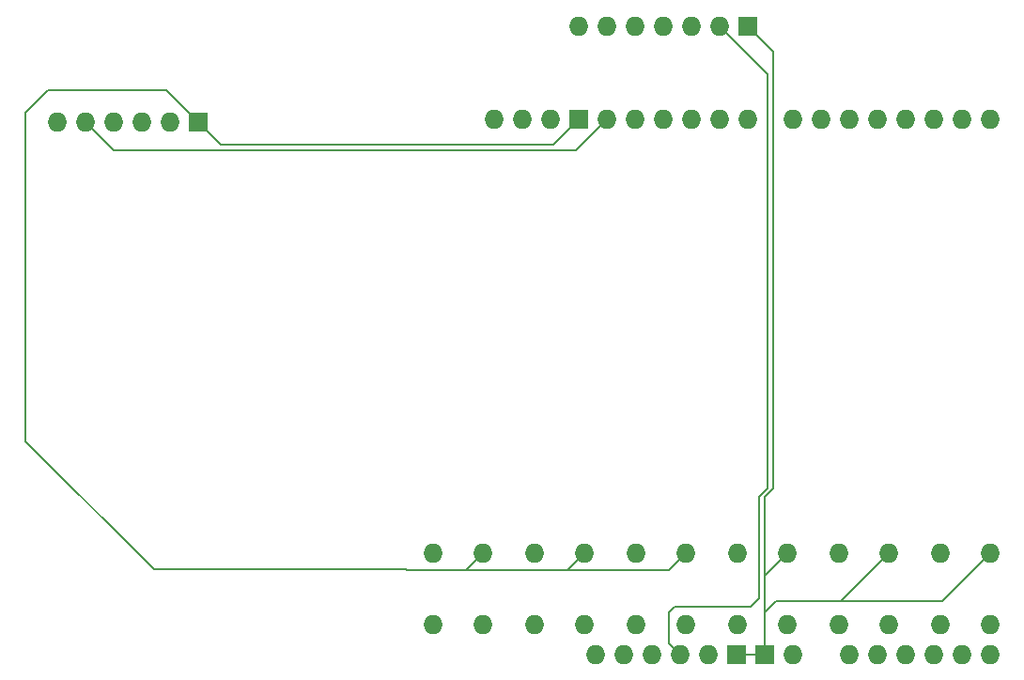
<source format=gbr>
%TF.GenerationSoftware,KiCad,Pcbnew,9.0.6*%
%TF.CreationDate,2026-02-18T16:10:23-05:00*%
%TF.ProjectId,Peripherals Board,50657269-7068-4657-9261-6c7320426f61,rev?*%
%TF.SameCoordinates,Original*%
%TF.FileFunction,Copper,L2,Bot*%
%TF.FilePolarity,Positive*%
%FSLAX46Y46*%
G04 Gerber Fmt 4.6, Leading zero omitted, Abs format (unit mm)*
G04 Created by KiCad (PCBNEW 9.0.6) date 2026-02-18 16:10:23*
%MOMM*%
%LPD*%
G01*
G04 APERTURE LIST*
%TA.AperFunction,ComponentPad*%
%ADD10O,1.727200X1.727200*%
%TD*%
%TA.AperFunction,ComponentPad*%
%ADD11R,1.727200X1.727200*%
%TD*%
%TA.AperFunction,Conductor*%
%ADD12C,0.200000*%
%TD*%
G04 APERTURE END LIST*
D10*
%TO.P,,PB1_3*%
%TO.N,N/C*%
X130120000Y-124356000D03*
%TD*%
%TO.P,,PB6_3*%
%TO.N,N/C*%
X175840000Y-124356000D03*
%TD*%
%TO.P,,PB5_1*%
%TO.N,N/C*%
X166696000Y-117856000D03*
%TD*%
%TO.P,,PB3_1*%
%TO.N,N/C*%
X148408000Y-117856000D03*
%TD*%
%TO.P,,SDA*%
%TO.N,N/C*%
X150876000Y-70358000D03*
%TD*%
D11*
%TO.P,,GND*%
%TO.N,N/C*%
X108990000Y-79040000D03*
%TD*%
D10*
%TO.P,,PB2_3*%
%TO.N,N/C*%
X139264000Y-124356000D03*
%TD*%
D11*
%TO.P,,GND*%
%TO.N,N/C*%
X158496000Y-70358000D03*
%TD*%
D10*
%TO.P,,SCK*%
%TO.N,N/C*%
X153416000Y-70358000D03*
%TD*%
%TO.P,,5V*%
%TO.N,N/C*%
X106450000Y-79040000D03*
%TD*%
%TO.P,,PB6_1*%
%TO.N,N/C*%
X175840000Y-117856000D03*
%TD*%
%TO.P,,PB5_3*%
%TO.N,N/C*%
X166696000Y-124356000D03*
%TD*%
%TO.P,,PB1_2*%
%TO.N,N/C*%
X134620000Y-117856000D03*
%TD*%
%TO.P,,3V3*%
%TO.N,N/C*%
X155956000Y-70358000D03*
%TD*%
%TO.P,,MISO*%
%TO.N,N/C*%
X103910000Y-79040000D03*
%TD*%
%TO.P,,CS*%
%TO.N,N/C*%
X143256000Y-70358000D03*
%TD*%
%TO.P,,PB3_3*%
%TO.N,N/C*%
X148408000Y-124356000D03*
%TD*%
%TO.P,,PB5_2*%
%TO.N,N/C*%
X171196000Y-117856000D03*
%TD*%
%TO.P,,PB2_1*%
%TO.N,N/C*%
X139264000Y-117856000D03*
%TD*%
%TO.P,,PB5_4*%
%TO.N,N/C*%
X171196000Y-124356000D03*
%TD*%
%TO.P,,PB6_2*%
%TO.N,N/C*%
X180340000Y-117856000D03*
%TD*%
%TO.P,,RES*%
%TO.N,N/C*%
X148336000Y-70358000D03*
%TD*%
%TO.P,,PB1_4*%
%TO.N,N/C*%
X134620000Y-124356000D03*
%TD*%
%TO.P,,PB4_4*%
%TO.N,N/C*%
X162052000Y-124356000D03*
%TD*%
%TO.P,,PB1_1*%
%TO.N,N/C*%
X130120000Y-117856000D03*
%TD*%
%TO.P,,PB3_2*%
%TO.N,N/C*%
X152908000Y-117856000D03*
%TD*%
%TO.P,,PB4_1*%
%TO.N,N/C*%
X157552000Y-117856000D03*
%TD*%
%TO.P,,PB4_2*%
%TO.N,N/C*%
X162052000Y-117856000D03*
%TD*%
%TO.P,,MOSI*%
%TO.N,N/C*%
X101370000Y-79040000D03*
%TD*%
%TO.P,,SCK*%
%TO.N,N/C*%
X98830000Y-79040000D03*
%TD*%
%TO.P,,PB2_2*%
%TO.N,N/C*%
X143764000Y-117856000D03*
%TD*%
%TO.P,,PB2_4*%
%TO.N,N/C*%
X143764000Y-124356000D03*
%TD*%
%TO.P,,PB4_3*%
%TO.N,N/C*%
X157552000Y-124356000D03*
%TD*%
%TO.P,,PB6_4*%
%TO.N,N/C*%
X180340000Y-124356000D03*
%TD*%
%TO.P,,CS*%
%TO.N,N/C*%
X96290000Y-79040000D03*
%TD*%
%TO.P,,PB3_4*%
%TO.N,N/C*%
X152908000Y-124356000D03*
%TD*%
%TO.P,,DC*%
%TO.N,N/C*%
X145796000Y-70358000D03*
%TD*%
%TO.P, ,3V3*%
%TO.N,N/C*%
X152400000Y-127000000D03*
%TO.P, ,5V1*%
X154940000Y-127000000D03*
%TO.P, ,A0*%
X167640000Y-127000000D03*
%TO.P, ,A1*%
X170180000Y-127000000D03*
%TO.P, ,A2*%
X172720000Y-127000000D03*
%TO.P, ,A3*%
X175260000Y-127000000D03*
%TO.P, ,A4*%
X177800000Y-127000000D03*
%TO.P, ,A5*%
X180340000Y-127000000D03*
%TO.P, ,AREF*%
X140716000Y-78740000D03*
%TO.P, ,BOOT*%
X144780000Y-127000000D03*
%TO.P, ,D0*%
X180340000Y-78740000D03*
%TO.P, ,D1*%
X177800000Y-78740000D03*
%TO.P, ,D2*%
X175260000Y-78740000D03*
%TO.P, ,D3*%
X172720000Y-78740000D03*
%TO.P, ,D4*%
X170180000Y-78740000D03*
%TO.P, ,D5*%
X167640000Y-78740000D03*
%TO.P, ,D6*%
X165100000Y-78740000D03*
%TO.P, ,D7*%
X162560000Y-78740000D03*
%TO.P, ,D8*%
X158496000Y-78740000D03*
%TO.P, ,D9*%
X155956000Y-78740000D03*
%TO.P, ,D10*%
X153416000Y-78740000D03*
%TO.P, ,D11*%
X150876000Y-78740000D03*
%TO.P, ,D12*%
X148336000Y-78740000D03*
%TO.P, ,D13*%
X145796000Y-78740000D03*
D11*
%TO.P, ,GND1*%
X143256000Y-78740000D03*
%TO.P, ,GND2*%
X157480000Y-127000000D03*
%TO.P, ,GND3*%
X160020000Y-127000000D03*
D10*
%TO.P, ,IORF*%
X147320000Y-127000000D03*
%TO.P, ,RST1*%
X149860000Y-127000000D03*
%TO.P, ,SCL*%
X135636000Y-78740000D03*
%TO.P, ,SDA*%
X138176000Y-78740000D03*
%TO.P, ,VIN*%
X162560000Y-127000000D03*
%TD*%
D12*
%TO.N,*%
X145796000Y-78740000D02*
X143002000Y-81534000D01*
X143002000Y-81534000D02*
X101324000Y-81534000D01*
X101324000Y-81534000D02*
X98830000Y-79040000D01*
X143256000Y-78740000D02*
X140970000Y-81026000D01*
X140970000Y-81026000D02*
X110976000Y-81026000D01*
X110976000Y-81026000D02*
X108990000Y-79040000D01*
X133096000Y-119380000D02*
X127762000Y-119380000D01*
X93397000Y-107817000D02*
X93397000Y-78213000D01*
X127762000Y-119380000D02*
X127752000Y-119370000D01*
X127752000Y-119370000D02*
X104950000Y-119370000D01*
X104950000Y-119370000D02*
X93397000Y-107817000D01*
X93397000Y-78213000D02*
X95448000Y-76162000D01*
X95448000Y-76162000D02*
X106112000Y-76162000D01*
X106112000Y-76162000D02*
X108990000Y-79040000D01*
X142240000Y-119380000D02*
X151384000Y-119380000D01*
X151384000Y-119380000D02*
X152908000Y-117856000D01*
X160020000Y-119888000D02*
X160020000Y-112776000D01*
X160020000Y-112776000D02*
X160782000Y-112014000D01*
X160782000Y-112014000D02*
X160782000Y-73022000D01*
X160782000Y-73022000D02*
X160780000Y-73020000D01*
X160780000Y-73020000D02*
X160780000Y-72642000D01*
X160780000Y-72642000D02*
X158496000Y-70358000D01*
X152400000Y-127000000D02*
X152388000Y-127000000D01*
X151384000Y-125996000D02*
X151384000Y-123190000D01*
X152388000Y-127000000D02*
X151384000Y-125996000D01*
X158726000Y-122706000D02*
X159512000Y-121920000D01*
X159512000Y-112776000D02*
X160274000Y-112014000D01*
X151384000Y-123190000D02*
X151868000Y-122706000D01*
X151868000Y-122706000D02*
X158726000Y-122706000D01*
X159512000Y-121920000D02*
X159512000Y-112776000D01*
X160274000Y-112014000D02*
X160274000Y-74676000D01*
X160274000Y-74676000D02*
X155956000Y-70358000D01*
X134620000Y-117856000D02*
X133096000Y-119380000D01*
X170688000Y-122174000D02*
X176022000Y-122174000D01*
X180340000Y-117856000D02*
X176022000Y-122174000D01*
X161544000Y-122174000D02*
X166878000Y-122174000D01*
X171196000Y-117856000D02*
X166878000Y-122174000D01*
X162052000Y-117856000D02*
X160020000Y-119888000D01*
X133858000Y-119380000D02*
X142240000Y-119380000D01*
X143764000Y-117856000D02*
X142240000Y-119380000D01*
X160020000Y-119888000D02*
X160020000Y-123190000D01*
X157480000Y-127000000D02*
X160020000Y-127000000D01*
X133096000Y-119380000D02*
X133858000Y-119380000D01*
X166878000Y-122174000D02*
X170688000Y-122174000D01*
X160020000Y-123190000D02*
X161036000Y-122174000D01*
X161036000Y-122174000D02*
X161544000Y-122174000D01*
X160020000Y-127000000D02*
X160020000Y-123190000D01*
X158496000Y-70358000D02*
X158496000Y-70104000D01*
%TD*%
M02*

</source>
